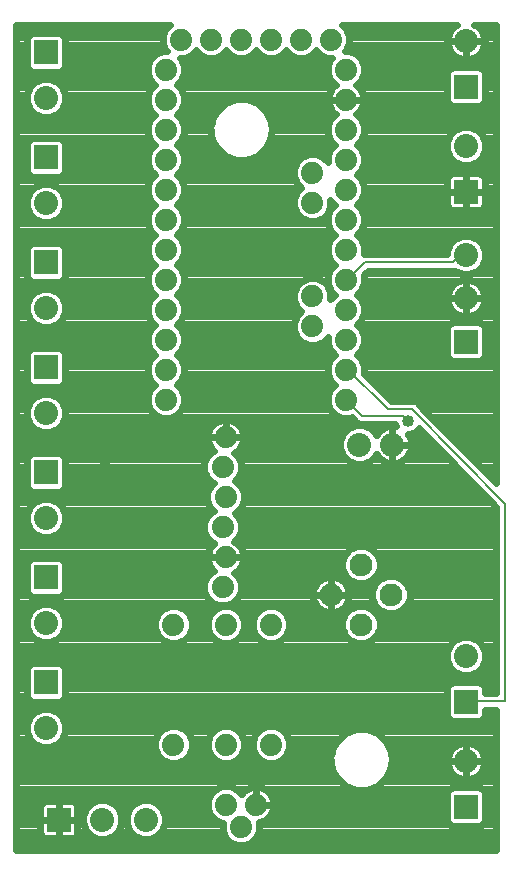
<source format=gbl>
G75*
%MOIN*%
%OFA0B0*%
%FSLAX24Y24*%
%IPPOS*%
%LPD*%
%AMOC8*
5,1,8,0,0,1.08239X$1,22.5*
%
%ADD10R,0.0800X0.0800*%
%ADD11C,0.0800*%
%ADD12C,0.0740*%
%ADD13C,0.0760*%
%ADD14C,0.0240*%
%ADD15C,0.0400*%
%ADD16C,0.0080*%
D10*
X002030Y001600D03*
X001600Y006170D03*
X001600Y009670D03*
X001600Y013170D03*
X001600Y016670D03*
X001600Y020170D03*
X001600Y023670D03*
X001600Y027170D03*
X015600Y026030D03*
X015600Y022530D03*
X015600Y017530D03*
X015600Y005530D03*
X015600Y002030D03*
D11*
X015600Y003548D03*
X015600Y007048D03*
X013150Y014100D03*
X012050Y014100D03*
X015600Y018978D03*
X015600Y020426D03*
X015600Y024048D03*
X015600Y027548D03*
X001600Y025652D03*
X001600Y022152D03*
X001600Y018652D03*
X001600Y015152D03*
X001600Y011652D03*
X001600Y008152D03*
X001600Y004652D03*
X003478Y001600D03*
X004926Y001600D03*
D12*
X005850Y004100D03*
X007600Y004100D03*
X007600Y002100D03*
X008100Y001350D03*
X008600Y002100D03*
X009100Y004100D03*
X009100Y008100D03*
X007600Y008100D03*
X007490Y009350D03*
X007590Y010350D03*
X007490Y011350D03*
X007590Y012350D03*
X007490Y013350D03*
X007590Y014350D03*
X005600Y015600D03*
X005600Y016600D03*
X005600Y017600D03*
X005600Y018600D03*
X005600Y019600D03*
X005600Y020600D03*
X005600Y021600D03*
X005600Y022600D03*
X005600Y023600D03*
X005600Y024600D03*
X005600Y025600D03*
X005600Y026600D03*
X006100Y027600D03*
X007100Y027600D03*
X008100Y027600D03*
X009100Y027600D03*
X010100Y027600D03*
X011100Y027600D03*
X011600Y026600D03*
X011600Y025600D03*
X011600Y024600D03*
X011600Y023600D03*
X011600Y022600D03*
X011600Y021600D03*
X011600Y020600D03*
X011600Y019600D03*
X011600Y018600D03*
X011600Y017600D03*
X011600Y016600D03*
X011600Y015600D03*
X010475Y018038D03*
X010475Y019038D03*
X010475Y022163D03*
X010475Y023163D03*
X005850Y008100D03*
D13*
X011100Y009100D03*
X012100Y008100D03*
X013100Y009100D03*
X012100Y010100D03*
D14*
X000600Y000600D02*
X000600Y028100D01*
X005737Y028100D01*
X005583Y027946D01*
X005490Y027721D01*
X005490Y027479D01*
X005583Y027254D01*
X005627Y027210D01*
X005479Y027210D01*
X005254Y027117D01*
X005083Y026946D01*
X004990Y026721D01*
X004990Y026479D01*
X005083Y026254D01*
X005237Y026100D01*
X005083Y025946D01*
X004990Y025721D01*
X004990Y025479D01*
X005083Y025254D01*
X005237Y025100D01*
X005083Y024946D01*
X004990Y024721D01*
X004990Y024479D01*
X005083Y024254D01*
X005237Y024100D01*
X005083Y023946D01*
X004990Y023721D01*
X004990Y023479D01*
X005083Y023254D01*
X005237Y023100D01*
X005083Y022946D01*
X004990Y022721D01*
X004990Y022479D01*
X005083Y022254D01*
X005237Y022100D01*
X005083Y021946D01*
X004990Y021721D01*
X004990Y021479D01*
X005083Y021254D01*
X005237Y021100D01*
X005083Y020946D01*
X004990Y020721D01*
X004990Y020479D01*
X005083Y020254D01*
X005237Y020100D01*
X005083Y019946D01*
X004990Y019721D01*
X004990Y019479D01*
X005083Y019254D01*
X005237Y019100D01*
X005083Y018946D01*
X004990Y018721D01*
X004990Y018479D01*
X005083Y018254D01*
X005237Y018100D01*
X005083Y017946D01*
X004990Y017721D01*
X004990Y017479D01*
X005083Y017254D01*
X005237Y017100D01*
X005083Y016946D01*
X004990Y016721D01*
X004990Y016479D01*
X005083Y016254D01*
X005237Y016100D01*
X005083Y015946D01*
X004990Y015721D01*
X004990Y015479D01*
X005083Y015254D01*
X005254Y015083D01*
X005479Y014990D01*
X005721Y014990D01*
X005946Y015083D01*
X006117Y015254D01*
X006210Y015479D01*
X006210Y015721D01*
X006117Y015946D01*
X005963Y016100D01*
X006117Y016254D01*
X006210Y016479D01*
X006210Y016721D01*
X006117Y016946D01*
X005963Y017100D01*
X006117Y017254D01*
X006210Y017479D01*
X006210Y017721D01*
X006117Y017946D01*
X005963Y018100D01*
X006117Y018254D01*
X006210Y018479D01*
X006210Y018721D01*
X006117Y018946D01*
X005963Y019100D01*
X006117Y019254D01*
X006210Y019479D01*
X006210Y019721D01*
X006117Y019946D01*
X005963Y020100D01*
X006117Y020254D01*
X006210Y020479D01*
X006210Y020721D01*
X006117Y020946D01*
X005963Y021100D01*
X006117Y021254D01*
X006210Y021479D01*
X006210Y021721D01*
X006117Y021946D01*
X005963Y022100D01*
X006117Y022254D01*
X006210Y022479D01*
X006210Y022721D01*
X006117Y022946D01*
X005963Y023100D01*
X006117Y023254D01*
X006210Y023479D01*
X006210Y023721D01*
X006117Y023946D01*
X005963Y024100D01*
X006117Y024254D01*
X006210Y024479D01*
X006210Y024721D01*
X006117Y024946D01*
X005963Y025100D01*
X006117Y025254D01*
X006210Y025479D01*
X006210Y025721D01*
X006117Y025946D01*
X005963Y026100D01*
X006117Y026254D01*
X006210Y026479D01*
X006210Y026721D01*
X006117Y026946D01*
X006073Y026990D01*
X006221Y026990D01*
X006446Y027083D01*
X006600Y027237D01*
X006754Y027083D01*
X006979Y026990D01*
X007221Y026990D01*
X007446Y027083D01*
X007600Y027237D01*
X007754Y027083D01*
X007979Y026990D01*
X008221Y026990D01*
X008446Y027083D01*
X008600Y027237D01*
X008754Y027083D01*
X008979Y026990D01*
X009221Y026990D01*
X009446Y027083D01*
X009600Y027237D01*
X009754Y027083D01*
X009979Y026990D01*
X010221Y026990D01*
X010446Y027083D01*
X010600Y027237D01*
X010754Y027083D01*
X010979Y026990D01*
X011127Y026990D01*
X011083Y026946D01*
X010990Y026721D01*
X010990Y026479D01*
X011083Y026254D01*
X011254Y026083D01*
X011259Y026081D01*
X011216Y026050D01*
X011150Y025984D01*
X011095Y025909D01*
X011053Y025826D01*
X011025Y025738D01*
X011010Y025646D01*
X011010Y025600D01*
X011600Y025600D01*
X012190Y025600D01*
X012190Y025646D01*
X012175Y025738D01*
X012147Y025826D01*
X012105Y025909D01*
X012050Y025984D01*
X011984Y026050D01*
X011941Y026081D01*
X011946Y026083D01*
X012117Y026254D01*
X012210Y026479D01*
X012210Y026721D01*
X012117Y026946D01*
X011946Y027117D01*
X011721Y027210D01*
X011573Y027210D01*
X011617Y027254D01*
X011710Y027479D01*
X011710Y027721D01*
X011617Y027946D01*
X011463Y028100D01*
X015318Y028100D01*
X015275Y028078D01*
X015196Y028021D01*
X015127Y027952D01*
X015070Y027873D01*
X015025Y027786D01*
X014995Y027693D01*
X014980Y027597D01*
X014980Y027548D01*
X015600Y027548D01*
X015600Y027548D01*
X016220Y027548D01*
X016220Y027597D01*
X016205Y027693D01*
X016175Y027786D01*
X016130Y027873D01*
X016073Y027952D01*
X016004Y028021D01*
X015925Y028078D01*
X015882Y028100D01*
X016600Y028100D01*
X016600Y012809D01*
X014039Y015436D01*
X014000Y015476D01*
X013962Y015515D01*
X013962Y015515D01*
X013962Y015515D01*
X013911Y015537D01*
X013859Y015559D01*
X013803Y015560D01*
X013748Y015561D01*
X013748Y015561D01*
X013105Y015569D01*
X012198Y016449D01*
X012210Y016479D01*
X012210Y016721D01*
X012117Y016946D01*
X011963Y017100D01*
X012117Y017254D01*
X012210Y017479D01*
X012210Y017721D01*
X012117Y017946D01*
X011963Y018100D01*
X012117Y018254D01*
X012210Y018479D01*
X012210Y018721D01*
X012117Y018946D01*
X011963Y019100D01*
X012117Y019254D01*
X012210Y019479D01*
X012210Y019721D01*
X012195Y019759D01*
X012336Y019900D01*
X015221Y019900D01*
X015237Y019883D01*
X015473Y019786D01*
X015727Y019786D01*
X015963Y019883D01*
X016143Y020063D01*
X016240Y020299D01*
X016240Y020553D01*
X016143Y020788D01*
X015963Y020968D01*
X015727Y021066D01*
X015473Y021066D01*
X015237Y020968D01*
X015057Y020788D01*
X014960Y020553D01*
X014960Y020460D01*
X012202Y020460D01*
X012210Y020479D01*
X012210Y020721D01*
X012117Y020946D01*
X011963Y021100D01*
X012117Y021254D01*
X012210Y021479D01*
X012210Y021721D01*
X012117Y021946D01*
X011963Y022100D01*
X012117Y022254D01*
X012210Y022479D01*
X012210Y022721D01*
X012117Y022946D01*
X011963Y023100D01*
X012117Y023254D01*
X012210Y023479D01*
X012210Y023721D01*
X012117Y023946D01*
X011963Y024100D01*
X012117Y024254D01*
X012210Y024479D01*
X012210Y024721D01*
X012117Y024946D01*
X011946Y025117D01*
X011941Y025119D01*
X011984Y025150D01*
X012050Y025216D01*
X012105Y025291D01*
X012147Y025374D01*
X012175Y025462D01*
X012190Y025554D01*
X012190Y025600D01*
X011600Y025600D01*
X011600Y025600D01*
X011600Y025600D01*
X011010Y025600D01*
X011010Y025554D01*
X011025Y025462D01*
X011053Y025374D01*
X011095Y025291D01*
X011150Y025216D01*
X011216Y025150D01*
X011259Y025119D01*
X011254Y025117D01*
X011083Y024946D01*
X010990Y024721D01*
X010990Y024479D01*
X011083Y024254D01*
X011237Y024100D01*
X011083Y023946D01*
X010990Y023721D01*
X010990Y023510D01*
X010821Y023680D01*
X010596Y023772D01*
X010354Y023772D01*
X010129Y023680D01*
X009958Y023508D01*
X009865Y023284D01*
X009865Y023041D01*
X009958Y022817D01*
X010112Y022663D01*
X009958Y022508D01*
X009865Y022284D01*
X009865Y022041D01*
X009958Y021817D01*
X010129Y021645D01*
X010354Y021553D01*
X010596Y021553D01*
X010821Y021645D01*
X010992Y021817D01*
X011085Y022041D01*
X011085Y022252D01*
X011237Y022100D01*
X011083Y021946D01*
X010990Y021721D01*
X010990Y021479D01*
X011083Y021254D01*
X011237Y021100D01*
X011083Y020946D01*
X010990Y020721D01*
X010990Y020479D01*
X011083Y020254D01*
X011237Y020100D01*
X011083Y019946D01*
X010990Y019721D01*
X010990Y019479D01*
X011083Y019254D01*
X011237Y019100D01*
X011085Y018948D01*
X011085Y019159D01*
X010992Y019383D01*
X010821Y019555D01*
X010596Y019647D01*
X010354Y019647D01*
X010129Y019555D01*
X009958Y019383D01*
X009865Y019159D01*
X009865Y018916D01*
X009958Y018692D01*
X010112Y018537D01*
X009958Y018383D01*
X009865Y018159D01*
X009865Y017916D01*
X009958Y017692D01*
X010129Y017520D01*
X010354Y017428D01*
X010596Y017428D01*
X010821Y017520D01*
X010990Y017690D01*
X010990Y017479D01*
X011083Y017254D01*
X011237Y017100D01*
X011083Y016946D01*
X010990Y016721D01*
X010990Y016479D01*
X011083Y016254D01*
X011237Y016100D01*
X011083Y015946D01*
X010990Y015721D01*
X010990Y015479D01*
X011083Y015254D01*
X011254Y015083D01*
X011479Y014990D01*
X011721Y014990D01*
X011787Y015017D01*
X011903Y014901D01*
X011981Y014823D01*
X012084Y014780D01*
X013233Y014780D01*
X013262Y014710D01*
X013199Y014720D01*
X013150Y014720D01*
X013150Y014100D01*
X013770Y014100D01*
X013770Y014149D01*
X013755Y014245D01*
X013725Y014338D01*
X013680Y014425D01*
X013655Y014460D01*
X013748Y014460D01*
X013909Y014527D01*
X014028Y014645D01*
X016600Y012006D01*
X016600Y005828D01*
X016240Y005825D01*
X016240Y005978D01*
X016203Y006066D01*
X016136Y006133D01*
X016048Y006170D01*
X015152Y006170D01*
X015064Y006133D01*
X014997Y006066D01*
X014960Y005978D01*
X014960Y005082D01*
X014997Y004994D01*
X015064Y004927D01*
X015152Y004890D01*
X016048Y004890D01*
X016136Y004927D01*
X016203Y004994D01*
X016240Y005082D01*
X016240Y005265D01*
X016600Y005268D01*
X016600Y000600D01*
X000600Y000600D01*
X000600Y000724D02*
X016600Y000724D01*
X016600Y000962D02*
X008575Y000962D01*
X008617Y001004D02*
X008446Y000833D01*
X008221Y000740D01*
X007979Y000740D01*
X007754Y000833D01*
X007583Y001004D01*
X007490Y001229D01*
X007490Y001471D01*
X007498Y001490D01*
X007479Y001490D01*
X007254Y001583D01*
X007083Y001754D01*
X006990Y001979D01*
X006990Y002221D01*
X007083Y002446D01*
X007254Y002617D01*
X007479Y002710D01*
X007721Y002710D01*
X007946Y002617D01*
X008117Y002446D01*
X008119Y002441D01*
X008150Y002484D01*
X008216Y002550D01*
X008291Y002605D01*
X008374Y002647D01*
X008462Y002675D01*
X008554Y002690D01*
X008600Y002690D01*
X008646Y002690D01*
X008738Y002675D01*
X008826Y002647D01*
X008909Y002605D01*
X008984Y002550D01*
X009050Y002484D01*
X009105Y002409D01*
X009147Y002326D01*
X009175Y002238D01*
X009190Y002146D01*
X009190Y002100D01*
X008600Y002100D01*
X008600Y002100D01*
X008600Y002100D01*
X008600Y002690D01*
X008600Y002100D01*
X009190Y002100D01*
X009190Y002054D01*
X009175Y001962D01*
X009147Y001874D01*
X009105Y001791D01*
X009050Y001716D01*
X008984Y001650D01*
X008909Y001595D01*
X008826Y001553D01*
X008738Y001525D01*
X008691Y001517D01*
X008710Y001471D01*
X008710Y001229D01*
X008617Y001004D01*
X008698Y001201D02*
X016600Y001201D01*
X016600Y001439D02*
X016148Y001439D01*
X016136Y001427D02*
X016203Y001494D01*
X016240Y001582D01*
X016240Y002478D01*
X016203Y002566D01*
X016136Y002633D01*
X016048Y002670D01*
X015152Y002670D01*
X015064Y002633D01*
X014997Y002566D01*
X014960Y002478D01*
X014960Y001582D01*
X014997Y001494D01*
X015064Y001427D01*
X015152Y001390D01*
X016048Y001390D01*
X016136Y001427D01*
X016240Y001678D02*
X016600Y001678D01*
X016600Y001916D02*
X016240Y001916D01*
X016240Y002155D02*
X016600Y002155D01*
X016600Y002393D02*
X016240Y002393D01*
X016138Y002632D02*
X016600Y002632D01*
X016600Y002870D02*
X012799Y002870D01*
X012896Y002951D02*
X012896Y002951D01*
X013074Y003259D01*
X013074Y003259D01*
X013136Y003610D01*
X013074Y003961D01*
X012896Y004269D01*
X012623Y004498D01*
X012623Y004498D01*
X012288Y004620D01*
X011932Y004620D01*
X011597Y004498D01*
X011324Y004269D01*
X011146Y003961D01*
X011146Y003961D01*
X011084Y003610D01*
X011146Y003259D01*
X011324Y002951D01*
X011324Y002951D01*
X011597Y002722D01*
X011597Y002722D01*
X011932Y002600D01*
X012166Y002600D01*
X012288Y002600D01*
X012288Y002600D01*
X012623Y002722D01*
X012896Y002951D01*
X012896Y002951D01*
X012987Y003109D02*
X015163Y003109D01*
X015196Y003075D02*
X015275Y003018D01*
X015362Y002973D01*
X015455Y002943D01*
X015551Y002928D01*
X015600Y002928D01*
X015600Y003548D01*
X015600Y004168D01*
X015551Y004168D01*
X015455Y004153D01*
X015362Y004123D01*
X015275Y004078D01*
X015196Y004021D01*
X015127Y003952D01*
X015070Y003873D01*
X015025Y003786D01*
X014995Y003693D01*
X014980Y003597D01*
X014980Y003548D01*
X015600Y003548D01*
X015600Y003548D01*
X015600Y004168D01*
X015649Y004168D01*
X015745Y004153D01*
X015838Y004123D01*
X015925Y004078D01*
X016004Y004021D01*
X016073Y003952D01*
X016130Y003873D01*
X016175Y003786D01*
X016205Y003693D01*
X016220Y003597D01*
X016220Y003548D01*
X015600Y003548D01*
X015600Y003548D01*
X015600Y003548D01*
X014980Y003548D01*
X014980Y003499D01*
X014995Y003403D01*
X015025Y003310D01*
X015070Y003223D01*
X015127Y003144D01*
X015196Y003075D01*
X015013Y003347D02*
X013089Y003347D01*
X013131Y003586D02*
X014980Y003586D01*
X015045Y003824D02*
X013098Y003824D01*
X013074Y003961D02*
X013074Y003961D01*
X013015Y004063D02*
X015253Y004063D01*
X015600Y004063D02*
X015600Y004063D01*
X015600Y003824D02*
X015600Y003824D01*
X015600Y003586D02*
X015600Y003586D01*
X015600Y003548D02*
X016220Y003548D01*
X016220Y003499D01*
X016205Y003403D01*
X016175Y003310D01*
X016130Y003223D01*
X016073Y003144D01*
X016004Y003075D01*
X015925Y003018D01*
X015838Y002973D01*
X015745Y002943D01*
X015649Y002928D01*
X015600Y002928D01*
X015600Y003548D01*
X015600Y003548D01*
X015600Y003347D02*
X015600Y003347D01*
X015600Y003109D02*
X015600Y003109D01*
X016037Y003109D02*
X016600Y003109D01*
X016600Y003347D02*
X016187Y003347D01*
X016220Y003586D02*
X016600Y003586D01*
X016600Y003824D02*
X016155Y003824D01*
X015947Y004063D02*
X016600Y004063D01*
X016600Y004301D02*
X012858Y004301D01*
X012896Y004269D02*
X012896Y004269D01*
X012509Y004540D02*
X016600Y004540D01*
X016600Y004778D02*
X002240Y004778D01*
X002240Y004779D02*
X002143Y005015D01*
X001963Y005195D01*
X001727Y005292D01*
X001473Y005292D01*
X001237Y005195D01*
X001057Y005015D01*
X000960Y004779D01*
X000960Y004525D01*
X001057Y004290D01*
X001237Y004109D01*
X001473Y004012D01*
X001727Y004012D01*
X001963Y004109D01*
X002143Y004290D01*
X002240Y004525D01*
X002240Y004779D01*
X002240Y004540D02*
X005427Y004540D01*
X005504Y004617D02*
X005333Y004446D01*
X005240Y004221D01*
X005240Y003979D01*
X005333Y003754D01*
X005504Y003583D01*
X005729Y003490D01*
X005971Y003490D01*
X006196Y003583D01*
X006367Y003754D01*
X006460Y003979D01*
X006460Y004221D01*
X006367Y004446D01*
X006196Y004617D01*
X005971Y004710D01*
X005729Y004710D01*
X005504Y004617D01*
X005273Y004301D02*
X002147Y004301D01*
X001849Y004063D02*
X005240Y004063D01*
X005304Y003824D02*
X000600Y003824D01*
X000600Y003586D02*
X005502Y003586D01*
X006198Y003586D02*
X007252Y003586D01*
X007254Y003583D02*
X007479Y003490D01*
X007721Y003490D01*
X007946Y003583D01*
X008117Y003754D01*
X008210Y003979D01*
X008210Y004221D01*
X008117Y004446D01*
X007946Y004617D01*
X007721Y004710D01*
X007479Y004710D01*
X007254Y004617D01*
X007083Y004446D01*
X006990Y004221D01*
X006990Y003979D01*
X007083Y003754D01*
X007254Y003583D01*
X007054Y003824D02*
X006396Y003824D01*
X006460Y004063D02*
X006990Y004063D01*
X007023Y004301D02*
X006427Y004301D01*
X006273Y004540D02*
X007177Y004540D01*
X008023Y004540D02*
X008677Y004540D01*
X008754Y004617D02*
X008583Y004446D01*
X008490Y004221D01*
X008490Y003979D01*
X008583Y003754D01*
X008754Y003583D01*
X008979Y003490D01*
X009221Y003490D01*
X009446Y003583D01*
X009617Y003754D01*
X009710Y003979D01*
X009710Y004221D01*
X009617Y004446D01*
X009446Y004617D01*
X009221Y004710D01*
X008979Y004710D01*
X008754Y004617D01*
X008523Y004301D02*
X008177Y004301D01*
X008210Y004063D02*
X008490Y004063D01*
X008554Y003824D02*
X008146Y003824D01*
X007948Y003586D02*
X008752Y003586D01*
X008856Y002632D02*
X011845Y002632D01*
X011421Y002870D02*
X000600Y002870D01*
X000600Y002632D02*
X007289Y002632D01*
X007061Y002393D02*
X000600Y002393D01*
X000600Y002155D02*
X001473Y002155D01*
X001454Y002135D02*
X001425Y002085D01*
X001410Y002029D01*
X001410Y001600D01*
X002030Y001600D01*
X002650Y001600D01*
X002650Y002029D01*
X002635Y002085D01*
X002606Y002135D01*
X002565Y002176D01*
X002515Y002205D01*
X002459Y002220D01*
X002030Y002220D01*
X002030Y001600D01*
X002030Y001600D01*
X002030Y001600D01*
X002650Y001600D01*
X002650Y001171D01*
X002635Y001115D01*
X002606Y001065D01*
X002565Y001024D01*
X002515Y000995D01*
X002459Y000980D01*
X002030Y000980D01*
X002030Y001600D01*
X002030Y001600D01*
X002030Y001600D01*
X002030Y002220D01*
X001601Y002220D01*
X001545Y002205D01*
X001495Y002176D01*
X001454Y002135D01*
X001410Y001916D02*
X000600Y001916D01*
X000600Y001678D02*
X001410Y001678D01*
X001410Y001600D02*
X001410Y001171D01*
X001425Y001115D01*
X001454Y001065D01*
X001495Y001024D01*
X001545Y000995D01*
X001601Y000980D01*
X002030Y000980D01*
X002030Y001600D01*
X001410Y001600D01*
X001410Y001439D02*
X000600Y001439D01*
X000600Y001201D02*
X001410Y001201D01*
X002030Y001201D02*
X002030Y001201D01*
X002030Y001439D02*
X002030Y001439D01*
X002030Y001678D02*
X002030Y001678D01*
X002030Y001916D02*
X002030Y001916D01*
X002030Y002155D02*
X002030Y002155D01*
X002587Y002155D02*
X003144Y002155D01*
X003115Y002143D02*
X002935Y001963D01*
X002838Y001727D01*
X002838Y001473D01*
X002935Y001237D01*
X003115Y001057D01*
X003351Y000960D01*
X003605Y000960D01*
X003840Y001057D01*
X004021Y001237D01*
X004118Y001473D01*
X004118Y001727D01*
X004021Y001963D01*
X003840Y002143D01*
X003605Y002240D01*
X003351Y002240D01*
X003115Y002143D01*
X002916Y001916D02*
X002650Y001916D01*
X002650Y001678D02*
X002838Y001678D01*
X002852Y001439D02*
X002650Y001439D01*
X002650Y001201D02*
X002972Y001201D01*
X003346Y000962D02*
X000600Y000962D01*
X000600Y003109D02*
X011233Y003109D01*
X011146Y003259D02*
X011146Y003259D01*
X011131Y003347D02*
X000600Y003347D01*
X000600Y004063D02*
X001351Y004063D01*
X001053Y004301D02*
X000600Y004301D01*
X000600Y004540D02*
X000960Y004540D01*
X000960Y004778D02*
X000600Y004778D01*
X000600Y005017D02*
X001059Y005017D01*
X001383Y005255D02*
X000600Y005255D01*
X000600Y005494D02*
X014960Y005494D01*
X014960Y005732D02*
X002240Y005732D01*
X002240Y005722D02*
X002240Y006618D01*
X002203Y006706D01*
X002136Y006773D01*
X002048Y006810D01*
X001152Y006810D01*
X001064Y006773D01*
X000997Y006706D01*
X000960Y006618D01*
X000960Y005722D01*
X000997Y005634D01*
X001064Y005567D01*
X001152Y005530D01*
X002048Y005530D01*
X002136Y005567D01*
X002203Y005634D01*
X002240Y005722D01*
X002240Y005971D02*
X014960Y005971D01*
X015237Y006505D02*
X015473Y006408D01*
X015727Y006408D01*
X015963Y006505D01*
X016143Y006685D01*
X016240Y006921D01*
X016240Y007175D01*
X016143Y007410D01*
X015963Y007591D01*
X015727Y007688D01*
X015473Y007688D01*
X015237Y007591D01*
X015057Y007410D01*
X014960Y007175D01*
X014960Y006921D01*
X015057Y006685D01*
X015237Y006505D01*
X015377Y006448D02*
X002240Y006448D01*
X002240Y006209D02*
X016600Y006209D01*
X016600Y005971D02*
X016240Y005971D01*
X016600Y006448D02*
X015823Y006448D01*
X016143Y006686D02*
X016600Y006686D01*
X016600Y006925D02*
X016240Y006925D01*
X016240Y007163D02*
X016600Y007163D01*
X016600Y007402D02*
X016146Y007402D01*
X015843Y007640D02*
X016600Y007640D01*
X016600Y007879D02*
X012679Y007879D01*
X012720Y007977D02*
X012626Y007749D01*
X012451Y007574D01*
X012223Y007480D01*
X011977Y007480D01*
X011749Y007574D01*
X011574Y007749D01*
X011480Y007977D01*
X011480Y008223D01*
X011574Y008451D01*
X011749Y008626D01*
X011977Y008720D01*
X012223Y008720D01*
X012451Y008626D01*
X012626Y008451D01*
X012720Y008223D01*
X012720Y007977D01*
X012720Y008117D02*
X016600Y008117D01*
X016600Y008356D02*
X012665Y008356D01*
X012749Y008574D02*
X012574Y008749D01*
X012480Y008977D01*
X012480Y009223D01*
X012574Y009451D01*
X012749Y009626D01*
X012977Y009720D01*
X013223Y009720D01*
X013451Y009626D01*
X013626Y009451D01*
X013720Y009223D01*
X013720Y008977D01*
X013626Y008749D01*
X013451Y008574D01*
X013223Y008480D01*
X012977Y008480D01*
X012749Y008574D01*
X012729Y008594D02*
X012483Y008594D01*
X012540Y008833D02*
X011637Y008833D01*
X011656Y008870D02*
X011685Y008959D01*
X011700Y009053D01*
X011700Y009100D01*
X011700Y009147D01*
X011685Y009240D01*
X011656Y009330D01*
X011613Y009414D01*
X011558Y009491D01*
X011491Y009558D01*
X011414Y009613D01*
X011330Y009656D01*
X011240Y009685D01*
X011147Y009700D01*
X011100Y009700D01*
X011100Y009100D01*
X011100Y009100D01*
X011700Y009100D01*
X011100Y009100D01*
X011100Y009100D01*
X011100Y009100D01*
X010500Y009100D01*
X010500Y009147D01*
X010515Y009240D01*
X010544Y009330D01*
X010587Y009414D01*
X010642Y009491D01*
X010709Y009558D01*
X010786Y009613D01*
X010870Y009656D01*
X010959Y009685D01*
X011053Y009700D01*
X011100Y009700D01*
X011100Y009100D01*
X011100Y008500D01*
X011147Y008500D01*
X011240Y008515D01*
X011330Y008544D01*
X011414Y008587D01*
X011491Y008642D01*
X011558Y008709D01*
X011613Y008786D01*
X011656Y008870D01*
X011700Y009071D02*
X012480Y009071D01*
X012516Y009310D02*
X011663Y009310D01*
X011749Y009574D02*
X011574Y009749D01*
X011480Y009977D01*
X011480Y010223D01*
X011574Y010451D01*
X011749Y010626D01*
X011977Y010720D01*
X012223Y010720D01*
X012451Y010626D01*
X012626Y010451D01*
X012720Y010223D01*
X012720Y009977D01*
X012626Y009749D01*
X012451Y009574D01*
X012223Y009480D01*
X011977Y009480D01*
X011749Y009574D01*
X011812Y009548D02*
X011501Y009548D01*
X011559Y009787D02*
X007916Y009787D01*
X007899Y009845D02*
X007974Y009900D01*
X008040Y009966D01*
X008095Y010041D01*
X008137Y010124D01*
X008165Y010212D01*
X008180Y010304D01*
X008180Y010350D01*
X008180Y010396D01*
X008165Y010488D01*
X008137Y010576D01*
X008095Y010659D01*
X008040Y010734D01*
X007974Y010800D01*
X007899Y010855D01*
X007871Y010869D01*
X008007Y011004D01*
X008100Y011229D01*
X008100Y011471D01*
X008007Y011696D01*
X007889Y011814D01*
X007936Y011833D01*
X008107Y012004D01*
X008200Y012229D01*
X008200Y012471D01*
X008107Y012696D01*
X007936Y012867D01*
X007889Y012886D01*
X008007Y013004D01*
X008100Y013229D01*
X008100Y013471D01*
X008007Y013696D01*
X007871Y013831D01*
X007899Y013845D01*
X007974Y013900D01*
X008040Y013966D01*
X008095Y014041D01*
X008137Y014124D01*
X008165Y014212D01*
X008180Y014304D01*
X008180Y014350D01*
X008180Y014396D01*
X008165Y014488D01*
X008137Y014576D01*
X008095Y014659D01*
X008040Y014734D01*
X007974Y014800D01*
X007899Y014855D01*
X007816Y014897D01*
X007728Y014925D01*
X007636Y014940D01*
X007590Y014940D01*
X007590Y014350D01*
X007590Y014350D01*
X008180Y014350D01*
X007590Y014350D01*
X007590Y014350D01*
X007590Y014350D01*
X007000Y014350D01*
X007000Y014396D01*
X007015Y014488D01*
X007043Y014576D01*
X007085Y014659D01*
X007140Y014734D01*
X007206Y014800D01*
X007281Y014855D01*
X007364Y014897D01*
X007452Y014925D01*
X007544Y014940D01*
X007590Y014940D01*
X007590Y014350D01*
X007000Y014350D01*
X007000Y014304D01*
X007015Y014212D01*
X007043Y014124D01*
X007085Y014041D01*
X007140Y013966D01*
X007206Y013900D01*
X007212Y013895D01*
X007144Y013867D01*
X006973Y013696D01*
X006880Y013471D01*
X006880Y013229D01*
X006973Y013004D01*
X007144Y012833D01*
X007191Y012814D01*
X007073Y012696D01*
X006980Y012471D01*
X006980Y012229D01*
X007073Y012004D01*
X007191Y011886D01*
X007144Y011867D01*
X006973Y011696D01*
X006880Y011471D01*
X006880Y011229D01*
X006973Y011004D01*
X007144Y010833D01*
X007212Y010805D01*
X007206Y010800D01*
X007140Y010734D01*
X007085Y010659D01*
X007043Y010576D01*
X007015Y010488D01*
X007000Y010396D01*
X007000Y010350D01*
X007590Y010350D01*
X008180Y010350D01*
X007590Y010350D01*
X007590Y010350D01*
X007590Y010350D01*
X007000Y010350D01*
X007000Y010304D01*
X007015Y010212D01*
X007043Y010124D01*
X007085Y010041D01*
X007140Y009966D01*
X007206Y009900D01*
X007212Y009895D01*
X007144Y009867D01*
X006973Y009696D01*
X006880Y009471D01*
X006880Y009229D01*
X006973Y009004D01*
X007144Y008833D01*
X007369Y008740D01*
X007611Y008740D01*
X007836Y008833D01*
X008007Y009004D01*
X008100Y009229D01*
X008100Y009471D01*
X008007Y009696D01*
X007871Y009831D01*
X007899Y009845D01*
X008083Y010025D02*
X011480Y010025D01*
X011497Y010264D02*
X008174Y010264D01*
X008161Y010502D02*
X011625Y010502D01*
X011100Y009548D02*
X011100Y009548D01*
X011100Y009310D02*
X011100Y009310D01*
X011100Y009100D02*
X010500Y009100D01*
X010500Y009053D01*
X010515Y008959D01*
X010544Y008870D01*
X010587Y008786D01*
X010642Y008709D01*
X010709Y008642D01*
X010786Y008587D01*
X010870Y008544D01*
X010959Y008515D01*
X011053Y008500D01*
X011100Y008500D01*
X011100Y009100D01*
X011100Y009100D01*
X011100Y009071D02*
X011100Y009071D01*
X011100Y008833D02*
X011100Y008833D01*
X011100Y008594D02*
X011100Y008594D01*
X011424Y008594D02*
X011717Y008594D01*
X011535Y008356D02*
X009654Y008356D01*
X009617Y008446D02*
X009710Y008221D01*
X009710Y007979D01*
X009617Y007754D01*
X009446Y007583D01*
X009221Y007490D01*
X008979Y007490D01*
X008754Y007583D01*
X008583Y007754D01*
X008490Y007979D01*
X008490Y008221D01*
X008583Y008446D01*
X008754Y008617D01*
X008979Y008710D01*
X009221Y008710D01*
X009446Y008617D01*
X009617Y008446D01*
X009469Y008594D02*
X010776Y008594D01*
X010563Y008833D02*
X007835Y008833D01*
X007721Y008710D02*
X007479Y008710D01*
X007254Y008617D01*
X007083Y008446D01*
X006990Y008221D01*
X006990Y007979D01*
X007083Y007754D01*
X007254Y007583D01*
X007479Y007490D01*
X007721Y007490D01*
X007946Y007583D01*
X008117Y007754D01*
X008210Y007979D01*
X008210Y008221D01*
X008117Y008446D01*
X007946Y008617D01*
X007721Y008710D01*
X007969Y008594D02*
X008731Y008594D01*
X008546Y008356D02*
X008154Y008356D01*
X008210Y008117D02*
X008490Y008117D01*
X008531Y007879D02*
X008169Y007879D01*
X008003Y007640D02*
X008697Y007640D01*
X009503Y007640D02*
X011683Y007640D01*
X011521Y007879D02*
X009669Y007879D01*
X009710Y008117D02*
X011480Y008117D01*
X010500Y009071D02*
X008035Y009071D01*
X008100Y009310D02*
X010537Y009310D01*
X010699Y009548D02*
X008068Y009548D01*
X008034Y010741D02*
X016600Y010741D01*
X016600Y010979D02*
X007982Y010979D01*
X008095Y011218D02*
X016600Y011218D01*
X016600Y011456D02*
X008100Y011456D01*
X008008Y011695D02*
X016600Y011695D01*
X016600Y011933D02*
X008036Y011933D01*
X008176Y012172D02*
X016439Y012172D01*
X016207Y012410D02*
X008200Y012410D01*
X008127Y012649D02*
X015974Y012649D01*
X015742Y012887D02*
X007890Y012887D01*
X008057Y013126D02*
X015509Y013126D01*
X015277Y013364D02*
X008100Y013364D01*
X008046Y013603D02*
X011642Y013603D01*
X011687Y013557D02*
X011923Y013460D01*
X012177Y013460D01*
X012413Y013557D01*
X012593Y013737D01*
X012613Y013788D01*
X012620Y013775D01*
X012677Y013696D01*
X012746Y013627D01*
X012825Y013570D01*
X012912Y013525D01*
X013005Y013495D01*
X013101Y013480D01*
X013150Y013480D01*
X013199Y013480D01*
X013295Y013495D01*
X013388Y013525D01*
X013475Y013570D01*
X013554Y013627D01*
X013623Y013696D01*
X013680Y013775D01*
X013725Y013862D01*
X013755Y013955D01*
X013770Y014051D01*
X013770Y014100D01*
X013150Y014100D01*
X013150Y014100D01*
X013150Y014100D01*
X013150Y013480D01*
X013150Y014100D01*
X013150Y014100D01*
X013150Y014720D01*
X013101Y014720D01*
X013005Y014705D01*
X012912Y014675D01*
X012825Y014630D01*
X012746Y014573D01*
X012677Y014504D01*
X012620Y014425D01*
X012613Y014412D01*
X012593Y014463D01*
X012413Y014643D01*
X012177Y014740D01*
X011923Y014740D01*
X011687Y014643D01*
X011507Y014463D01*
X011410Y014227D01*
X011410Y013973D01*
X011507Y013737D01*
X011687Y013557D01*
X011465Y013841D02*
X007891Y013841D01*
X008114Y014080D02*
X011410Y014080D01*
X011448Y014318D02*
X008180Y014318D01*
X008143Y014557D02*
X011601Y014557D01*
X011374Y015034D02*
X005826Y015034D01*
X006124Y015272D02*
X011076Y015272D01*
X010990Y015511D02*
X006210Y015511D01*
X006199Y015749D02*
X011001Y015749D01*
X011125Y015988D02*
X006075Y015988D01*
X006089Y016226D02*
X011111Y016226D01*
X010996Y016465D02*
X006204Y016465D01*
X006210Y016703D02*
X010990Y016703D01*
X011081Y016942D02*
X006119Y016942D01*
X006043Y017180D02*
X011157Y017180D01*
X011015Y017419D02*
X006185Y017419D01*
X006210Y017657D02*
X009993Y017657D01*
X009874Y017896D02*
X006138Y017896D01*
X005997Y018134D02*
X009865Y018134D01*
X009954Y018373D02*
X006166Y018373D01*
X006210Y018611D02*
X010039Y018611D01*
X009893Y018850D02*
X006157Y018850D01*
X005975Y019088D02*
X009865Y019088D01*
X009934Y019327D02*
X006147Y019327D01*
X006210Y019565D02*
X010155Y019565D01*
X010795Y019565D02*
X010990Y019565D01*
X011016Y019327D02*
X011053Y019327D01*
X011085Y019088D02*
X011225Y019088D01*
X011024Y019804D02*
X006176Y019804D01*
X006021Y020042D02*
X011179Y020042D01*
X011072Y020281D02*
X006128Y020281D01*
X006210Y020519D02*
X010990Y020519D01*
X011005Y020758D02*
X006195Y020758D01*
X006067Y020996D02*
X011133Y020996D01*
X011103Y021235D02*
X006097Y021235D01*
X006208Y021473D02*
X010992Y021473D01*
X010990Y021712D02*
X010887Y021712D01*
X011047Y021950D02*
X011087Y021950D01*
X011085Y022189D02*
X011149Y022189D01*
X012005Y023143D02*
X015143Y023143D01*
X015171Y023150D02*
X015115Y023135D01*
X015065Y023106D01*
X015024Y023065D01*
X014995Y023015D01*
X014980Y022959D01*
X014980Y022530D01*
X015600Y022530D01*
X015600Y022530D01*
X015600Y023150D01*
X016029Y023150D01*
X016085Y023135D01*
X016135Y023106D01*
X016176Y023065D01*
X016205Y023015D01*
X016220Y022959D01*
X016220Y022530D01*
X015600Y022530D01*
X015600Y022530D01*
X015600Y023150D01*
X015171Y023150D01*
X014980Y022904D02*
X012134Y022904D01*
X012210Y022666D02*
X014980Y022666D01*
X014980Y022530D02*
X014980Y022101D01*
X014995Y022045D01*
X015024Y021995D01*
X015065Y021954D01*
X015115Y021925D01*
X015171Y021910D01*
X015600Y021910D01*
X016029Y021910D01*
X016085Y021925D01*
X016135Y021954D01*
X016176Y021995D01*
X016205Y022045D01*
X016220Y022101D01*
X016220Y022530D01*
X015600Y022530D01*
X015600Y021910D01*
X015600Y022530D01*
X015600Y022530D01*
X015600Y022530D01*
X014980Y022530D01*
X014980Y022427D02*
X012189Y022427D01*
X012051Y022189D02*
X014980Y022189D01*
X015072Y021950D02*
X012113Y021950D01*
X012210Y021712D02*
X016600Y021712D01*
X016600Y021950D02*
X016128Y021950D01*
X016220Y022189D02*
X016600Y022189D01*
X016600Y022427D02*
X016220Y022427D01*
X016220Y022666D02*
X016600Y022666D01*
X016600Y022904D02*
X016220Y022904D01*
X016057Y023143D02*
X016600Y023143D01*
X016600Y023381D02*
X012170Y023381D01*
X012210Y023620D02*
X015123Y023620D01*
X015057Y023685D02*
X015237Y023505D01*
X015473Y023408D01*
X015727Y023408D01*
X015963Y023505D01*
X016143Y023685D01*
X016240Y023921D01*
X016240Y024175D01*
X016143Y024410D01*
X015963Y024591D01*
X015727Y024688D01*
X015473Y024688D01*
X015237Y024591D01*
X015057Y024410D01*
X014960Y024175D01*
X014960Y023921D01*
X015057Y023685D01*
X014986Y023858D02*
X012153Y023858D01*
X011966Y024097D02*
X014960Y024097D01*
X015026Y024335D02*
X012151Y024335D01*
X012210Y024574D02*
X015220Y024574D01*
X015152Y025390D02*
X015064Y025427D01*
X014997Y025494D01*
X014960Y025582D01*
X014960Y026478D01*
X014997Y026566D01*
X015064Y026633D01*
X015152Y026670D01*
X016048Y026670D01*
X016136Y026633D01*
X016203Y026566D01*
X016240Y026478D01*
X016240Y025582D01*
X016203Y025494D01*
X016136Y025427D01*
X016048Y025390D01*
X015152Y025390D01*
X014983Y025528D02*
X012186Y025528D01*
X012166Y025766D02*
X014960Y025766D01*
X014960Y026005D02*
X012030Y026005D01*
X012106Y026243D02*
X014960Y026243D01*
X014962Y026482D02*
X012210Y026482D01*
X012210Y026720D02*
X016600Y026720D01*
X016600Y026482D02*
X016238Y026482D01*
X016240Y026243D02*
X016600Y026243D01*
X016600Y026005D02*
X016240Y026005D01*
X016240Y025766D02*
X016600Y025766D01*
X016600Y025528D02*
X016217Y025528D01*
X016600Y025289D02*
X012103Y025289D01*
X012012Y025051D02*
X016600Y025051D01*
X016600Y024812D02*
X012172Y024812D01*
X011188Y025051D02*
X009022Y025051D01*
X009074Y024961D02*
X008896Y025269D01*
X008896Y025269D01*
X008623Y025498D01*
X008623Y025498D01*
X008288Y025620D01*
X007932Y025620D01*
X007597Y025498D01*
X007324Y025269D01*
X007146Y024961D01*
X007146Y024961D01*
X007084Y024610D01*
X007146Y024259D01*
X007324Y023951D01*
X007324Y023951D01*
X007597Y023722D01*
X007597Y023722D01*
X007932Y023600D01*
X008054Y023600D01*
X008288Y023600D01*
X008623Y023722D01*
X008896Y023951D01*
X009074Y024259D01*
X009074Y024259D01*
X009136Y024610D01*
X009074Y024961D01*
X009074Y024961D01*
X009100Y024812D02*
X011028Y024812D01*
X010990Y024574D02*
X009129Y024574D01*
X009136Y024610D02*
X009136Y024610D01*
X009087Y024335D02*
X011049Y024335D01*
X011234Y024097D02*
X008980Y024097D01*
X008896Y023951D02*
X008896Y023951D01*
X008896Y023951D01*
X008785Y023858D02*
X011047Y023858D01*
X010990Y023620D02*
X010881Y023620D01*
X010069Y023620D02*
X008342Y023620D01*
X008623Y023722D02*
X008623Y023722D01*
X007878Y023620D02*
X006210Y023620D01*
X006170Y023381D02*
X009905Y023381D01*
X009865Y023143D02*
X006005Y023143D01*
X006134Y022904D02*
X009922Y022904D01*
X010109Y022666D02*
X006210Y022666D01*
X006189Y022427D02*
X009924Y022427D01*
X009865Y022189D02*
X006051Y022189D01*
X006113Y021950D02*
X009903Y021950D01*
X010063Y021712D02*
X006210Y021712D01*
X005195Y023143D02*
X002207Y023143D01*
X002203Y023134D02*
X002240Y023222D01*
X002240Y024118D01*
X002203Y024206D01*
X002136Y024273D01*
X002048Y024310D01*
X001152Y024310D01*
X001064Y024273D01*
X000997Y024206D01*
X000960Y024118D01*
X000960Y023222D01*
X000997Y023134D01*
X001064Y023067D01*
X001152Y023030D01*
X002048Y023030D01*
X002136Y023067D01*
X002203Y023134D01*
X002240Y023381D02*
X005030Y023381D01*
X004990Y023620D02*
X002240Y023620D01*
X002240Y023858D02*
X005047Y023858D01*
X005234Y024097D02*
X002240Y024097D01*
X001820Y025051D02*
X005188Y025051D01*
X005069Y025289D02*
X002142Y025289D01*
X002143Y025290D02*
X002240Y025525D01*
X002240Y025779D01*
X002143Y026015D01*
X001963Y026195D01*
X001727Y026292D01*
X001473Y026292D01*
X001237Y026195D01*
X001057Y026015D01*
X000960Y025779D01*
X000960Y025525D01*
X001057Y025290D01*
X001237Y025109D01*
X001473Y025012D01*
X001727Y025012D01*
X001963Y025109D01*
X002143Y025290D01*
X002240Y025528D02*
X004990Y025528D01*
X005009Y025766D02*
X002240Y025766D01*
X002147Y026005D02*
X005142Y026005D01*
X005094Y026243D02*
X001846Y026243D01*
X002048Y026530D02*
X002136Y026567D01*
X002203Y026634D01*
X002240Y026722D01*
X002240Y027618D01*
X002203Y027706D01*
X002136Y027773D01*
X002048Y027810D01*
X001152Y027810D01*
X001064Y027773D01*
X000997Y027706D01*
X000960Y027618D01*
X000960Y026722D01*
X000997Y026634D01*
X001064Y026567D01*
X001152Y026530D01*
X002048Y026530D01*
X002239Y026720D02*
X004990Y026720D01*
X004990Y026482D02*
X000600Y026482D01*
X000600Y026720D02*
X000961Y026720D01*
X000960Y026959D02*
X000600Y026959D01*
X000600Y027197D02*
X000960Y027197D01*
X000960Y027436D02*
X000600Y027436D01*
X000600Y027674D02*
X000983Y027674D01*
X000600Y027913D02*
X005569Y027913D01*
X005490Y027674D02*
X002217Y027674D01*
X002240Y027436D02*
X005508Y027436D01*
X005447Y027197D02*
X002240Y027197D01*
X002240Y026959D02*
X005096Y026959D01*
X006104Y026959D02*
X011096Y026959D01*
X010990Y026720D02*
X006210Y026720D01*
X006210Y026482D02*
X010990Y026482D01*
X011094Y026243D02*
X006106Y026243D01*
X006058Y026005D02*
X011170Y026005D01*
X011034Y025766D02*
X006191Y025766D01*
X006210Y025528D02*
X007678Y025528D01*
X007597Y025498D02*
X007597Y025498D01*
X007348Y025289D02*
X006131Y025289D01*
X006012Y025051D02*
X007198Y025051D01*
X007120Y024812D02*
X006172Y024812D01*
X006210Y024574D02*
X007091Y024574D01*
X007084Y024610D02*
X007084Y024610D01*
X007133Y024335D02*
X006151Y024335D01*
X005966Y024097D02*
X007240Y024097D01*
X007146Y024259D02*
X007146Y024259D01*
X007435Y023858D02*
X006153Y023858D01*
X005049Y024335D02*
X000600Y024335D01*
X000600Y024097D02*
X000960Y024097D01*
X000960Y023858D02*
X000600Y023858D01*
X000600Y023620D02*
X000960Y023620D01*
X000960Y023381D02*
X000600Y023381D01*
X000600Y023143D02*
X000993Y023143D01*
X000600Y022904D02*
X005066Y022904D01*
X004990Y022666D02*
X001992Y022666D01*
X001963Y022695D02*
X001727Y022792D01*
X001473Y022792D01*
X001237Y022695D01*
X001057Y022515D01*
X000960Y022279D01*
X000960Y022025D01*
X001057Y021790D01*
X001237Y021609D01*
X001473Y021512D01*
X001727Y021512D01*
X001963Y021609D01*
X002143Y021790D01*
X002240Y022025D01*
X002240Y022279D01*
X002143Y022515D01*
X001963Y022695D01*
X002179Y022427D02*
X005011Y022427D01*
X005149Y022189D02*
X002240Y022189D01*
X002209Y021950D02*
X005087Y021950D01*
X004990Y021712D02*
X002065Y021712D01*
X002048Y020810D02*
X001152Y020810D01*
X001064Y020773D01*
X000997Y020706D01*
X000960Y020618D01*
X000960Y019722D01*
X000997Y019634D01*
X001064Y019567D01*
X001152Y019530D01*
X002048Y019530D01*
X002136Y019567D01*
X002203Y019634D01*
X002240Y019722D01*
X002240Y020618D01*
X002203Y020706D01*
X002136Y020773D01*
X002048Y020810D01*
X002152Y020758D02*
X005005Y020758D01*
X004990Y020519D02*
X002240Y020519D01*
X002240Y020281D02*
X005072Y020281D01*
X005179Y020042D02*
X002240Y020042D01*
X002240Y019804D02*
X005024Y019804D01*
X004990Y019565D02*
X002132Y019565D01*
X001963Y019195D02*
X001727Y019292D01*
X001473Y019292D01*
X001237Y019195D01*
X001057Y019015D01*
X000960Y018779D01*
X000960Y018525D01*
X001057Y018290D01*
X001237Y018109D01*
X001473Y018012D01*
X001727Y018012D01*
X001963Y018109D01*
X002143Y018290D01*
X002240Y018525D01*
X002240Y018779D01*
X002143Y019015D01*
X001963Y019195D01*
X002069Y019088D02*
X005225Y019088D01*
X005053Y019327D02*
X000600Y019327D01*
X000600Y019565D02*
X001068Y019565D01*
X000960Y019804D02*
X000600Y019804D01*
X000600Y020042D02*
X000960Y020042D01*
X000960Y020281D02*
X000600Y020281D01*
X000600Y020519D02*
X000960Y020519D01*
X001048Y020758D02*
X000600Y020758D01*
X000600Y020996D02*
X005133Y020996D01*
X005103Y021235D02*
X000600Y021235D01*
X000600Y021473D02*
X004992Y021473D01*
X005043Y018850D02*
X002211Y018850D01*
X002240Y018611D02*
X004990Y018611D01*
X005034Y018373D02*
X002177Y018373D01*
X001987Y018134D02*
X005203Y018134D01*
X005062Y017896D02*
X000600Y017896D01*
X000600Y018134D02*
X001213Y018134D01*
X001023Y018373D02*
X000600Y018373D01*
X000600Y018611D02*
X000960Y018611D01*
X000989Y018850D02*
X000600Y018850D01*
X000600Y019088D02*
X001131Y019088D01*
X000600Y017657D02*
X004990Y017657D01*
X005015Y017419D02*
X000600Y017419D01*
X000600Y017180D02*
X000986Y017180D01*
X000997Y017206D02*
X000960Y017118D01*
X000960Y016222D01*
X000997Y016134D01*
X001064Y016067D01*
X001152Y016030D01*
X002048Y016030D01*
X002136Y016067D01*
X002203Y016134D01*
X002240Y016222D01*
X002240Y017118D01*
X002203Y017206D01*
X002136Y017273D01*
X002048Y017310D01*
X001152Y017310D01*
X001064Y017273D01*
X000997Y017206D01*
X000960Y016942D02*
X000600Y016942D01*
X000600Y016703D02*
X000960Y016703D01*
X000960Y016465D02*
X000600Y016465D01*
X000600Y016226D02*
X000960Y016226D01*
X000600Y015988D02*
X005125Y015988D01*
X005111Y016226D02*
X002240Y016226D01*
X002240Y016465D02*
X004996Y016465D01*
X004990Y016703D02*
X002240Y016703D01*
X002240Y016942D02*
X005081Y016942D01*
X005157Y017180D02*
X002214Y017180D01*
X001727Y015792D02*
X001473Y015792D01*
X001237Y015695D01*
X001057Y015515D01*
X000960Y015279D01*
X000960Y015025D01*
X001057Y014790D01*
X001237Y014609D01*
X001473Y014512D01*
X001727Y014512D01*
X001963Y014609D01*
X002143Y014790D01*
X002240Y015025D01*
X002240Y015279D01*
X002143Y015515D01*
X001963Y015695D01*
X001727Y015792D01*
X001831Y015749D02*
X005001Y015749D01*
X004990Y015511D02*
X002144Y015511D01*
X002240Y015272D02*
X005076Y015272D01*
X005374Y015034D02*
X002240Y015034D01*
X002145Y014795D02*
X007201Y014795D01*
X007037Y014557D02*
X001835Y014557D01*
X002048Y013810D02*
X001152Y013810D01*
X001064Y013773D01*
X000997Y013706D01*
X000960Y013618D01*
X000960Y012722D01*
X000997Y012634D01*
X001064Y012567D01*
X001152Y012530D01*
X002048Y012530D01*
X002136Y012567D01*
X002203Y012634D01*
X002240Y012722D01*
X002240Y013618D01*
X002203Y013706D01*
X002136Y013773D01*
X002048Y013810D01*
X002240Y013603D02*
X006934Y013603D01*
X006880Y013364D02*
X002240Y013364D01*
X002240Y013126D02*
X006923Y013126D01*
X007090Y012887D02*
X002240Y012887D01*
X002209Y012649D02*
X007053Y012649D01*
X006980Y012410D02*
X000600Y012410D01*
X000600Y012172D02*
X001214Y012172D01*
X001237Y012195D02*
X001057Y012015D01*
X000960Y011779D01*
X000960Y011525D01*
X001057Y011290D01*
X001237Y011109D01*
X001473Y011012D01*
X001727Y011012D01*
X001963Y011109D01*
X002143Y011290D01*
X002240Y011525D01*
X002240Y011779D01*
X002143Y012015D01*
X001963Y012195D01*
X001727Y012292D01*
X001473Y012292D01*
X001237Y012195D01*
X001024Y011933D02*
X000600Y011933D01*
X000600Y011695D02*
X000960Y011695D01*
X000988Y011456D02*
X000600Y011456D01*
X000600Y011218D02*
X001129Y011218D01*
X000600Y010979D02*
X006998Y010979D01*
X006885Y011218D02*
X002071Y011218D01*
X002212Y011456D02*
X006880Y011456D01*
X006972Y011695D02*
X002240Y011695D01*
X002176Y011933D02*
X007144Y011933D01*
X007004Y012172D02*
X001986Y012172D01*
X000991Y012649D02*
X000600Y012649D01*
X000600Y012887D02*
X000960Y012887D01*
X000960Y013126D02*
X000600Y013126D01*
X000600Y013364D02*
X000960Y013364D01*
X000960Y013603D02*
X000600Y013603D01*
X000600Y013841D02*
X007118Y013841D01*
X007066Y014080D02*
X000600Y014080D01*
X000600Y014318D02*
X007000Y014318D01*
X007590Y014557D02*
X007590Y014557D01*
X007590Y014795D02*
X007590Y014795D01*
X007979Y014795D02*
X012048Y014795D01*
X012499Y014557D02*
X012730Y014557D01*
X013150Y014557D02*
X013150Y014557D01*
X013150Y014318D02*
X013150Y014318D01*
X013150Y014080D02*
X013150Y014080D01*
X013150Y013841D02*
X013150Y013841D01*
X013150Y013603D02*
X013150Y013603D01*
X013520Y013603D02*
X015044Y013603D01*
X014812Y013841D02*
X013714Y013841D01*
X013770Y014080D02*
X014579Y014080D01*
X014347Y014318D02*
X013731Y014318D01*
X013939Y014557D02*
X014114Y014557D01*
X014431Y015034D02*
X016600Y015034D01*
X016600Y015272D02*
X014199Y015272D01*
X014039Y015436D02*
X014039Y015436D01*
X013966Y015511D02*
X016600Y015511D01*
X016600Y015749D02*
X012919Y015749D01*
X012673Y015988D02*
X016600Y015988D01*
X016600Y016226D02*
X012427Y016226D01*
X012204Y016465D02*
X016600Y016465D01*
X016600Y016703D02*
X012210Y016703D01*
X012119Y016942D02*
X015049Y016942D01*
X015064Y016927D02*
X014997Y016994D01*
X014960Y017082D01*
X014960Y017978D01*
X014997Y018066D01*
X015064Y018133D01*
X015152Y018170D01*
X016048Y018170D01*
X016136Y018133D01*
X016203Y018066D01*
X016240Y017978D01*
X016240Y017082D01*
X016203Y016994D01*
X016136Y016927D01*
X016048Y016890D01*
X015152Y016890D01*
X015064Y016927D01*
X014960Y017180D02*
X012043Y017180D01*
X012185Y017419D02*
X014960Y017419D01*
X014960Y017657D02*
X012210Y017657D01*
X012138Y017896D02*
X014960Y017896D01*
X015065Y018134D02*
X011997Y018134D01*
X012166Y018373D02*
X015459Y018373D01*
X015455Y018373D02*
X015551Y018358D01*
X015600Y018358D01*
X015649Y018358D01*
X015745Y018373D01*
X015838Y018403D01*
X015925Y018448D01*
X016004Y018505D01*
X016073Y018574D01*
X016130Y018653D01*
X016175Y018740D01*
X016205Y018833D01*
X016220Y018929D01*
X016220Y018978D01*
X016220Y019027D01*
X016205Y019123D01*
X016175Y019216D01*
X016130Y019303D01*
X016073Y019382D01*
X016004Y019451D01*
X015925Y019508D01*
X015838Y019553D01*
X015745Y019583D01*
X015649Y019598D01*
X015600Y019598D01*
X015551Y019598D01*
X015455Y019583D01*
X015362Y019553D01*
X015275Y019508D01*
X015196Y019451D01*
X015127Y019382D01*
X015070Y019303D01*
X015025Y019216D01*
X014995Y019123D01*
X014980Y019027D01*
X014980Y018978D01*
X015600Y018978D01*
X015600Y019598D01*
X015600Y018978D01*
X015600Y018978D01*
X015600Y018978D01*
X016220Y018978D01*
X015600Y018978D01*
X015600Y018978D01*
X014980Y018978D01*
X014980Y018929D01*
X014995Y018833D01*
X015025Y018740D01*
X015070Y018653D01*
X015127Y018574D01*
X015196Y018505D01*
X015275Y018448D01*
X015362Y018403D01*
X015455Y018373D01*
X015600Y018373D02*
X015600Y018373D01*
X015600Y018358D02*
X015600Y018978D01*
X015600Y018978D01*
X015600Y018358D01*
X015741Y018373D02*
X016600Y018373D01*
X016600Y018611D02*
X016100Y018611D01*
X016207Y018850D02*
X016600Y018850D01*
X016600Y019088D02*
X016210Y019088D01*
X016113Y019327D02*
X016600Y019327D01*
X016600Y019565D02*
X015800Y019565D01*
X015600Y019565D02*
X015600Y019565D01*
X015400Y019565D02*
X012210Y019565D01*
X012240Y019804D02*
X015430Y019804D01*
X015770Y019804D02*
X016600Y019804D01*
X016600Y020042D02*
X016121Y020042D01*
X016233Y020281D02*
X016600Y020281D01*
X016600Y020519D02*
X016240Y020519D01*
X016155Y020758D02*
X016600Y020758D01*
X016600Y020996D02*
X015896Y020996D01*
X015600Y021950D02*
X015600Y021950D01*
X015600Y022189D02*
X015600Y022189D01*
X015600Y022427D02*
X015600Y022427D01*
X015600Y022666D02*
X015600Y022666D01*
X015600Y022904D02*
X015600Y022904D01*
X015600Y023143D02*
X015600Y023143D01*
X016077Y023620D02*
X016600Y023620D01*
X016600Y023858D02*
X016214Y023858D01*
X016240Y024097D02*
X016600Y024097D01*
X016600Y024335D02*
X016174Y024335D01*
X015980Y024574D02*
X016600Y024574D01*
X016600Y026959D02*
X015792Y026959D01*
X015838Y026973D02*
X015745Y026943D01*
X015649Y026928D01*
X015600Y026928D01*
X015600Y027548D01*
X015600Y027548D01*
X014980Y027548D01*
X014980Y027499D01*
X014995Y027403D01*
X015025Y027310D01*
X015070Y027223D01*
X015127Y027144D01*
X015196Y027075D01*
X015275Y027018D01*
X015362Y026973D01*
X015455Y026943D01*
X015551Y026928D01*
X015600Y026928D01*
X015600Y027548D01*
X016220Y027548D01*
X016220Y027499D01*
X016205Y027403D01*
X016175Y027310D01*
X016130Y027223D01*
X016073Y027144D01*
X016004Y027075D01*
X015925Y027018D01*
X015838Y026973D01*
X016111Y027197D02*
X016600Y027197D01*
X016600Y027436D02*
X016210Y027436D01*
X016208Y027674D02*
X016600Y027674D01*
X016600Y027913D02*
X016101Y027913D01*
X015600Y027548D02*
X015600Y027548D01*
X015600Y027436D02*
X015600Y027436D01*
X015600Y027197D02*
X015600Y027197D01*
X015600Y026959D02*
X015600Y026959D01*
X015408Y026959D02*
X012104Y026959D01*
X011753Y027197D02*
X015089Y027197D01*
X014990Y027436D02*
X011692Y027436D01*
X011710Y027674D02*
X014992Y027674D01*
X015099Y027913D02*
X011631Y027913D01*
X010640Y027197D02*
X010560Y027197D01*
X009640Y027197D02*
X009560Y027197D01*
X008640Y027197D02*
X008560Y027197D01*
X007640Y027197D02*
X007560Y027197D01*
X006640Y027197D02*
X006560Y027197D01*
X007324Y025269D02*
X007324Y025269D01*
X007324Y025269D01*
X008542Y025528D02*
X011014Y025528D01*
X011097Y025289D02*
X008872Y025289D01*
X012208Y021473D02*
X016600Y021473D01*
X016600Y021235D02*
X012097Y021235D01*
X012067Y020996D02*
X015304Y020996D01*
X015045Y020758D02*
X012195Y020758D01*
X012210Y020519D02*
X014960Y020519D01*
X015087Y019327D02*
X012147Y019327D01*
X011975Y019088D02*
X014990Y019088D01*
X014993Y018850D02*
X012157Y018850D01*
X012210Y018611D02*
X015100Y018611D01*
X015600Y018611D02*
X015600Y018611D01*
X015600Y018850D02*
X015600Y018850D01*
X015600Y019088D02*
X015600Y019088D01*
X015600Y019327D02*
X015600Y019327D01*
X016135Y018134D02*
X016600Y018134D01*
X016600Y017896D02*
X016240Y017896D01*
X016240Y017657D02*
X016600Y017657D01*
X016600Y017419D02*
X016240Y017419D01*
X016240Y017180D02*
X016600Y017180D01*
X016600Y016942D02*
X016151Y016942D01*
X016600Y014795D02*
X014664Y014795D01*
X014896Y014557D02*
X016600Y014557D01*
X016600Y014318D02*
X015129Y014318D01*
X015361Y014080D02*
X016600Y014080D01*
X016600Y013841D02*
X015594Y013841D01*
X015826Y013603D02*
X016600Y013603D01*
X016600Y013364D02*
X016059Y013364D01*
X016291Y013126D02*
X016600Y013126D01*
X016600Y012887D02*
X016524Y012887D01*
X016600Y010502D02*
X012575Y010502D01*
X012703Y010264D02*
X016600Y010264D01*
X016600Y010025D02*
X012720Y010025D01*
X012641Y009787D02*
X016600Y009787D01*
X016600Y009548D02*
X013529Y009548D01*
X013684Y009310D02*
X016600Y009310D01*
X016600Y009071D02*
X013720Y009071D01*
X013660Y008833D02*
X016600Y008833D01*
X016600Y008594D02*
X013471Y008594D01*
X012671Y009548D02*
X012388Y009548D01*
X012517Y007640D02*
X015357Y007640D01*
X015054Y007402D02*
X000600Y007402D01*
X000600Y007640D02*
X001207Y007640D01*
X001237Y007609D02*
X001473Y007512D01*
X001727Y007512D01*
X001963Y007609D01*
X002143Y007790D01*
X002240Y008025D01*
X002240Y008279D01*
X002143Y008515D01*
X001963Y008695D01*
X001727Y008792D01*
X001473Y008792D01*
X001237Y008695D01*
X001057Y008515D01*
X000960Y008279D01*
X000960Y008025D01*
X001057Y007790D01*
X001237Y007609D01*
X001021Y007879D02*
X000600Y007879D01*
X000600Y008117D02*
X000960Y008117D01*
X000992Y008356D02*
X000600Y008356D01*
X000600Y008594D02*
X001137Y008594D01*
X001152Y009030D02*
X001064Y009067D01*
X000997Y009134D01*
X000960Y009222D01*
X000960Y010118D01*
X000997Y010206D01*
X001064Y010273D01*
X001152Y010310D01*
X002048Y010310D01*
X002136Y010273D01*
X002203Y010206D01*
X002240Y010118D01*
X002240Y009222D01*
X002203Y009134D01*
X002136Y009067D01*
X002048Y009030D01*
X001152Y009030D01*
X001060Y009071D02*
X000600Y009071D01*
X000600Y008833D02*
X007145Y008833D01*
X007231Y008594D02*
X006219Y008594D01*
X006196Y008617D02*
X005971Y008710D01*
X005729Y008710D01*
X005504Y008617D01*
X005333Y008446D01*
X005240Y008221D01*
X005240Y007979D01*
X005333Y007754D01*
X005504Y007583D01*
X005729Y007490D01*
X005971Y007490D01*
X006196Y007583D01*
X006367Y007754D01*
X006460Y007979D01*
X006460Y008221D01*
X006367Y008446D01*
X006196Y008617D01*
X006404Y008356D02*
X007046Y008356D01*
X006990Y008117D02*
X006460Y008117D01*
X006419Y007879D02*
X007031Y007879D01*
X007197Y007640D02*
X006253Y007640D01*
X005447Y007640D02*
X001993Y007640D01*
X002179Y007879D02*
X005281Y007879D01*
X005240Y008117D02*
X002240Y008117D01*
X002208Y008356D02*
X005296Y008356D01*
X005481Y008594D02*
X002063Y008594D01*
X002140Y009071D02*
X006945Y009071D01*
X006880Y009310D02*
X002240Y009310D01*
X002240Y009548D02*
X006912Y009548D01*
X007064Y009787D02*
X002240Y009787D01*
X002240Y010025D02*
X007097Y010025D01*
X007006Y010264D02*
X002146Y010264D01*
X001054Y010264D02*
X000600Y010264D01*
X000600Y010502D02*
X007019Y010502D01*
X007146Y010741D02*
X000600Y010741D01*
X000600Y010025D02*
X000960Y010025D01*
X000960Y009787D02*
X000600Y009787D01*
X000600Y009548D02*
X000960Y009548D01*
X000960Y009310D02*
X000600Y009310D01*
X000600Y007163D02*
X014960Y007163D01*
X014960Y006925D02*
X000600Y006925D01*
X000600Y006686D02*
X000988Y006686D01*
X000960Y006448D02*
X000600Y006448D01*
X000600Y006209D02*
X000960Y006209D01*
X000960Y005971D02*
X000600Y005971D01*
X000600Y005732D02*
X000960Y005732D01*
X001817Y005255D02*
X014960Y005255D01*
X014987Y005017D02*
X002141Y005017D01*
X002212Y006686D02*
X015057Y006686D01*
X016240Y005255D02*
X016600Y005255D01*
X016600Y005017D02*
X016213Y005017D01*
X015062Y002632D02*
X012375Y002632D01*
X012623Y002722D02*
X012623Y002722D01*
X013136Y003610D02*
X013136Y003610D01*
X011711Y004540D02*
X009523Y004540D01*
X009677Y004301D02*
X011362Y004301D01*
X011324Y004269D02*
X011324Y004269D01*
X011324Y004269D01*
X011205Y004063D02*
X009710Y004063D01*
X009646Y003824D02*
X011122Y003824D01*
X011084Y003610D02*
X011084Y003610D01*
X011089Y003586D02*
X009448Y003586D01*
X009113Y002393D02*
X014960Y002393D01*
X014960Y002155D02*
X009189Y002155D01*
X009161Y001916D02*
X014960Y001916D01*
X014960Y001678D02*
X009012Y001678D01*
X008710Y001439D02*
X015052Y001439D01*
X011597Y004498D02*
X011597Y004498D01*
X008600Y002632D02*
X008600Y002632D01*
X008600Y002393D02*
X008600Y002393D01*
X008600Y002155D02*
X008600Y002155D01*
X008344Y002632D02*
X007911Y002632D01*
X007160Y001678D02*
X005566Y001678D01*
X005566Y001727D02*
X005566Y001473D01*
X005468Y001237D01*
X005288Y001057D01*
X005053Y000960D01*
X004799Y000960D01*
X004563Y001057D01*
X004383Y001237D01*
X004286Y001473D01*
X004286Y001727D01*
X004383Y001963D01*
X004563Y002143D01*
X004799Y002240D01*
X005053Y002240D01*
X005288Y002143D01*
X005468Y001963D01*
X005566Y001727D01*
X005488Y001916D02*
X007016Y001916D01*
X006990Y002155D02*
X005260Y002155D01*
X005552Y001439D02*
X007490Y001439D01*
X007502Y001201D02*
X005432Y001201D01*
X005058Y000962D02*
X007625Y000962D01*
X004794Y000962D02*
X003610Y000962D01*
X003984Y001201D02*
X004420Y001201D01*
X004300Y001439D02*
X004104Y001439D01*
X004118Y001678D02*
X004286Y001678D01*
X004364Y001916D02*
X004040Y001916D01*
X003812Y002155D02*
X004592Y002155D01*
X001365Y014557D02*
X000600Y014557D01*
X000600Y014795D02*
X001055Y014795D01*
X000960Y015034D02*
X000600Y015034D01*
X000600Y015272D02*
X000960Y015272D01*
X001056Y015511D02*
X000600Y015511D01*
X000600Y015749D02*
X001369Y015749D01*
X001135Y021712D02*
X000600Y021712D01*
X000600Y021950D02*
X000991Y021950D01*
X000960Y022189D02*
X000600Y022189D01*
X000600Y022427D02*
X001021Y022427D01*
X001208Y022666D02*
X000600Y022666D01*
X000600Y024574D02*
X004990Y024574D01*
X005028Y024812D02*
X000600Y024812D01*
X000600Y025051D02*
X001380Y025051D01*
X001058Y025289D02*
X000600Y025289D01*
X000600Y025528D02*
X000960Y025528D01*
X000960Y025766D02*
X000600Y025766D01*
X000600Y026005D02*
X001053Y026005D01*
X001354Y026243D02*
X000600Y026243D01*
X010957Y017657D02*
X010990Y017657D01*
X012458Y013603D02*
X012780Y013603D01*
X013859Y015559D02*
X013859Y015559D01*
X013859Y015559D01*
D15*
X013660Y014900D03*
X004220Y019140D03*
X003820Y023860D03*
X003580Y013380D03*
X003850Y006600D03*
D16*
X012140Y015060D02*
X011600Y015600D01*
X012140Y015060D02*
X013500Y015060D01*
X013660Y014900D01*
X013800Y015280D02*
X016890Y012110D01*
X016890Y005550D01*
X015660Y005540D01*
X015600Y005530D01*
X013800Y015280D02*
X012990Y015290D01*
X011660Y016580D01*
X011600Y016600D01*
X011600Y019600D02*
X011660Y019620D01*
X012220Y020180D01*
X015180Y020180D01*
X015420Y020420D01*
X015580Y020420D01*
X015600Y020426D01*
M02*

</source>
